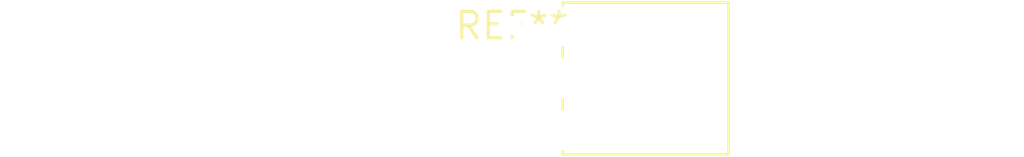
<source format=kicad_pcb>
(kicad_pcb (version 20240108) (generator pcbnew)
  (layers (0 "F.Cu" signal) (31 "B.Cu" signal) (34 "B.Paste" user) (35 "F.Paste" user) (36 "B.SilkS" user "B.Silkscreen") (37 "F.SilkS" user "F.Silkscreen") (38 "B.Mask" user) (39 "F.Mask" user) (44 "Edge.Cuts" user))
  (net 0 "")
  (footprint "SW_Push_2P2T_Vertical_E-Switch_800UDP8P1A1M6" (layer "F.Cu") (at 0 0)
    (property "Reference" "REF**")
    (property "Value" "SW_Push_2P2T_Vertical_E-Switch_800UDP8P1A1M6")
    (fp_line (start 2.42 -1.11) (end 2.42 -0.96) (layer "F.SilkS") (stroke (width 0.12)))
    (fp_line (start 2.42 1.54) (end 2.42 1.04) (layer "F.SilkS") (stroke (width 0.12)))
    (fp_line (start 2.42 4.04) (end 2.42 3.54) (layer "F.SilkS") (stroke (width 0.12)))
    (fp_line (start 2.42 6.19) (end 2.42 6.04) (layer "F.SilkS") (stroke (width 0.12)))
    (fp_line (start 2.42 6.19) (end 10.37 6.19) (layer "F.SilkS") (stroke (width 0.12)))
    (fp_line (start 10.37 -1.11) (end 2.42 -1.11) (layer "F.SilkS") (stroke (width 0.12)))
    (fp_line (start 10.37 6.19) (end 10.37 -1.11) (layer "F.SilkS") (stroke (width 0.12)))
    (pad "" thru_hole circle (at 7.62 0 180) (size 1.6 1.6) (drill 0.89) (layers *.Cu *.Mask) (remove_unused_layers))
    (pad "" thru_hole circle (at 7.62 5.08 180) (size 1.6 1.6) (drill 0.89) (layers *.Cu *.Mask) (remove_unused_layers))
    (pad "1" thru_hole roundrect (at 0 0 180) (size 1.6 1.6) (drill 0.89) (layers *.Cu *.Mask) (remove_unused_layers))
    (pad "2" thru_hole circle (at 0 2.54 180) (size 1.6 1.6) (drill 0.89) (layers *.Cu *.Mask) (remove_unused_layers))
    (pad "3" thru_hole circle (at 0 5.08 180) (size 1.6 1.6) (drill 0.89) (layers *.Cu *.Mask) (remove_unused_layers))
    (pad "4" thru_hole circle (at 2.54 0 180) (size 1.6 1.6) (drill 0.89) (layers *.Cu *.Mask) (remove_unused_layers))
    (pad "5" thru_hole circle (at 2.54 2.54 180) (size 1.6 1.6) (drill 0.89) (layers *.Cu *.Mask) (remove_unused_layers))
    (pad "6" thru_hole circle (at 2.54 5.08 180) (size 1.6 1.6) (drill 0.89) (layers *.Cu *.Mask) (remove_unused_layers))
  )
)
</source>
